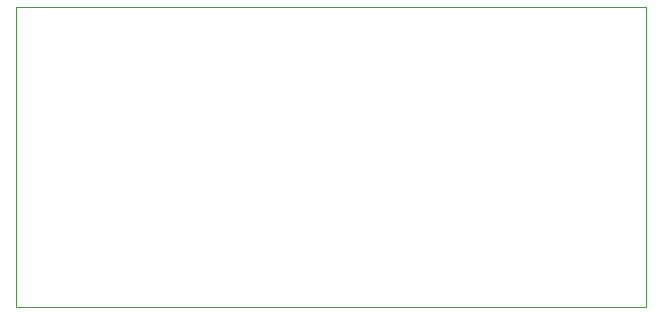
<source format=gbr>
%TF.GenerationSoftware,KiCad,Pcbnew,(6.0.1)*%
%TF.CreationDate,2023-01-01T20:52:33-08:00*%
%TF.ProjectId,RPi-Power R1,5250692d-506f-4776-9572-2052312e6b69,rev?*%
%TF.SameCoordinates,Original*%
%TF.FileFunction,Profile,NP*%
%FSLAX46Y46*%
G04 Gerber Fmt 4.6, Leading zero omitted, Abs format (unit mm)*
G04 Created by KiCad (PCBNEW (6.0.1)) date 2023-01-01 20:52:33*
%MOMM*%
%LPD*%
G01*
G04 APERTURE LIST*
%TA.AperFunction,Profile*%
%ADD10C,0.050000*%
%TD*%
G04 APERTURE END LIST*
D10*
X0Y25400000D02*
X0Y0D01*
X53340000Y25400000D02*
X0Y25400000D01*
X53340000Y0D02*
X53340000Y25400000D01*
X0Y0D02*
X53340000Y0D01*
M02*

</source>
